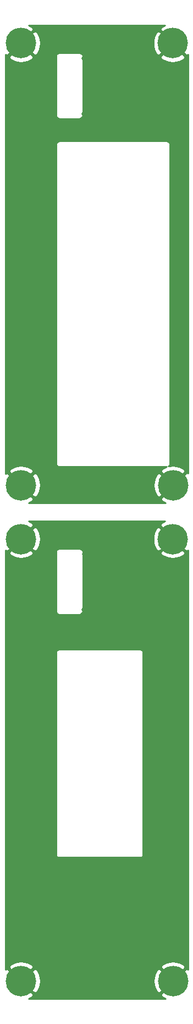
<source format=gbr>
G04 #@! TF.GenerationSoftware,KiCad,Pcbnew,(5.1.12)-1*
G04 #@! TF.CreationDate,2021-11-28T05:59:15+13:00*
G04 #@! TF.ProjectId,RGB-to-component-covers,5247422d-746f-42d6-936f-6d706f6e656e,rev?*
G04 #@! TF.SameCoordinates,Original*
G04 #@! TF.FileFunction,Copper,L2,Bot*
G04 #@! TF.FilePolarity,Positive*
%FSLAX46Y46*%
G04 Gerber Fmt 4.6, Leading zero omitted, Abs format (unit mm)*
G04 Created by KiCad (PCBNEW (5.1.12)-1) date 2021-11-28 05:59:15*
%MOMM*%
%LPD*%
G01*
G04 APERTURE LIST*
G04 #@! TA.AperFunction,ComponentPad*
%ADD10C,4.700000*%
G04 #@! TD*
G04 #@! TA.AperFunction,ViaPad*
%ADD11C,0.800000*%
G04 #@! TD*
G04 #@! TA.AperFunction,Conductor*
%ADD12C,0.254000*%
G04 #@! TD*
G04 #@! TA.AperFunction,Conductor*
%ADD13C,0.100000*%
G04 #@! TD*
G04 APERTURE END LIST*
D10*
X78800000Y-41000000D03*
X102200000Y-109000000D03*
X102150000Y-41000000D03*
X78800000Y-109000000D03*
X102200000Y-185300000D03*
X78800000Y-117300000D03*
X78800000Y-185300000D03*
X102150000Y-117300000D03*
D11*
X88500000Y-43300000D03*
X88500000Y-51900000D03*
X88500000Y-128200000D03*
X88600000Y-119600000D03*
D12*
X100491298Y-114800927D02*
X100233137Y-115203532D01*
X102150000Y-117120395D01*
X102164143Y-117106253D01*
X102343748Y-117285858D01*
X102329605Y-117300000D01*
X104246468Y-119216863D01*
X104498001Y-119055573D01*
X104498000Y-151280253D01*
X104498000Y-151280254D01*
X104498001Y-183512365D01*
X104296468Y-183383137D01*
X102379605Y-185300000D01*
X102393748Y-185314143D01*
X102214143Y-185493748D01*
X102200000Y-185479605D01*
X100283137Y-187396468D01*
X100541298Y-187799073D01*
X101010482Y-188048000D01*
X79992994Y-188048000D01*
X80458702Y-187799073D01*
X80716863Y-187396468D01*
X78800000Y-185479605D01*
X78785858Y-185493748D01*
X78606253Y-185314143D01*
X78620395Y-185300000D01*
X78979605Y-185300000D01*
X80896468Y-187216863D01*
X81299073Y-186958702D01*
X81574651Y-186439285D01*
X81743601Y-185876087D01*
X81797665Y-185309250D01*
X99200570Y-185309250D01*
X99260008Y-185894233D01*
X99432429Y-186456379D01*
X99700927Y-186958702D01*
X100103532Y-187216863D01*
X102020395Y-185300000D01*
X100103532Y-183383137D01*
X99700927Y-183641298D01*
X99425349Y-184160715D01*
X99256399Y-184723913D01*
X99200570Y-185309250D01*
X81797665Y-185309250D01*
X81799430Y-185290750D01*
X81739992Y-184705767D01*
X81567571Y-184143621D01*
X81299073Y-183641298D01*
X80896468Y-183383137D01*
X78979605Y-185300000D01*
X78620395Y-185300000D01*
X76703532Y-183383137D01*
X76402000Y-183576487D01*
X76402000Y-183203532D01*
X76883137Y-183203532D01*
X78800000Y-185120395D01*
X80716863Y-183203532D01*
X100283137Y-183203532D01*
X102200000Y-185120395D01*
X104116863Y-183203532D01*
X103858702Y-182800927D01*
X103339285Y-182525349D01*
X102776087Y-182356399D01*
X102190750Y-182300570D01*
X101605767Y-182360008D01*
X101043621Y-182532429D01*
X100541298Y-182800927D01*
X100283137Y-183203532D01*
X80716863Y-183203532D01*
X80458702Y-182800927D01*
X79939285Y-182525349D01*
X79376087Y-182356399D01*
X78790750Y-182300570D01*
X78205767Y-182360008D01*
X77643621Y-182532429D01*
X77141298Y-182800927D01*
X76883137Y-183203532D01*
X76402000Y-183203532D01*
X76402000Y-134700000D01*
X84196055Y-134700000D01*
X84198001Y-134719757D01*
X84198000Y-165880253D01*
X84196055Y-165900000D01*
X84203817Y-165978806D01*
X84226803Y-166054583D01*
X84264132Y-166124420D01*
X84314368Y-166185632D01*
X84375580Y-166235868D01*
X84445417Y-166273197D01*
X84521194Y-166296183D01*
X84600000Y-166303945D01*
X84619747Y-166302000D01*
X97180253Y-166302000D01*
X97200000Y-166303945D01*
X97219747Y-166302000D01*
X97278806Y-166296183D01*
X97354583Y-166273197D01*
X97424420Y-166235868D01*
X97485632Y-166185632D01*
X97535868Y-166124420D01*
X97573197Y-166054583D01*
X97596183Y-165978806D01*
X97603945Y-165900000D01*
X97602000Y-165880253D01*
X97602000Y-134719747D01*
X97603945Y-134700000D01*
X97596183Y-134621194D01*
X97573197Y-134545417D01*
X97535868Y-134475580D01*
X97485632Y-134414368D01*
X97424420Y-134364132D01*
X97354583Y-134326803D01*
X97278806Y-134303817D01*
X97219747Y-134298000D01*
X97200000Y-134296055D01*
X97180253Y-134298000D01*
X84619747Y-134298000D01*
X84600000Y-134296055D01*
X84580253Y-134298000D01*
X84521194Y-134303817D01*
X84445417Y-134326803D01*
X84375580Y-134364132D01*
X84314368Y-134414368D01*
X84264132Y-134475580D01*
X84226803Y-134545417D01*
X84203817Y-134621194D01*
X84196055Y-134700000D01*
X76402000Y-134700000D01*
X76402000Y-119396468D01*
X76883137Y-119396468D01*
X77141298Y-119799073D01*
X77660715Y-120074651D01*
X78223913Y-120243601D01*
X78809250Y-120299430D01*
X79394233Y-120239992D01*
X79956379Y-120067571D01*
X80458702Y-119799073D01*
X80716863Y-119396468D01*
X80620395Y-119300000D01*
X84170935Y-119300000D01*
X84173001Y-119320977D01*
X84173000Y-128379033D01*
X84170935Y-128400000D01*
X84173000Y-128420967D01*
X84173000Y-128420977D01*
X84179178Y-128483706D01*
X84203595Y-128564195D01*
X84222052Y-128598726D01*
X84243245Y-128638376D01*
X84283232Y-128687100D01*
X84296605Y-128703395D01*
X84312899Y-128716767D01*
X84383235Y-128787104D01*
X84396605Y-128803395D01*
X84412895Y-128816764D01*
X84412899Y-128816768D01*
X84461624Y-128856755D01*
X84535804Y-128896405D01*
X84616293Y-128920822D01*
X84679022Y-128927000D01*
X84679034Y-128927000D01*
X84699999Y-128929065D01*
X84720964Y-128927000D01*
X87779033Y-128927000D01*
X87800000Y-128929065D01*
X87820967Y-128927000D01*
X87820978Y-128927000D01*
X87883707Y-128920822D01*
X87964196Y-128896405D01*
X88038376Y-128856755D01*
X88103395Y-128803395D01*
X88116767Y-128787101D01*
X88187104Y-128716765D01*
X88203395Y-128703395D01*
X88216764Y-128687105D01*
X88216768Y-128687101D01*
X88256755Y-128638376D01*
X88256756Y-128638375D01*
X88296405Y-128564196D01*
X88320822Y-128483707D01*
X88327000Y-128420978D01*
X88327000Y-128420966D01*
X88329065Y-128400001D01*
X88327000Y-128379036D01*
X88327000Y-119396468D01*
X100233137Y-119396468D01*
X100491298Y-119799073D01*
X101010715Y-120074651D01*
X101573913Y-120243601D01*
X102159250Y-120299430D01*
X102744233Y-120239992D01*
X103306379Y-120067571D01*
X103808702Y-119799073D01*
X104066863Y-119396468D01*
X102150000Y-117479605D01*
X100233137Y-119396468D01*
X88327000Y-119396468D01*
X88327000Y-119320964D01*
X88329065Y-119299999D01*
X88327000Y-119279034D01*
X88327000Y-119279022D01*
X88320822Y-119216293D01*
X88296405Y-119135804D01*
X88256755Y-119061624D01*
X88235565Y-119035804D01*
X88216768Y-119012899D01*
X88216764Y-119012895D01*
X88203395Y-118996605D01*
X88187105Y-118983236D01*
X88116767Y-118912899D01*
X88103395Y-118896605D01*
X88038376Y-118843245D01*
X87964196Y-118803595D01*
X87883707Y-118779178D01*
X87820978Y-118773000D01*
X87820967Y-118773000D01*
X87800000Y-118770935D01*
X87779033Y-118773000D01*
X84720964Y-118773000D01*
X84699999Y-118770935D01*
X84679034Y-118773000D01*
X84679022Y-118773000D01*
X84616293Y-118779178D01*
X84535804Y-118803595D01*
X84461624Y-118843245D01*
X84412899Y-118883232D01*
X84412895Y-118883236D01*
X84396605Y-118896605D01*
X84383235Y-118912896D01*
X84312894Y-118983237D01*
X84296606Y-118996605D01*
X84283237Y-119012895D01*
X84283232Y-119012900D01*
X84243245Y-119061624D01*
X84214025Y-119116293D01*
X84203596Y-119135804D01*
X84184122Y-119200001D01*
X84179179Y-119216294D01*
X84170935Y-119300000D01*
X80620395Y-119300000D01*
X78800000Y-117479605D01*
X76883137Y-119396468D01*
X76402000Y-119396468D01*
X76402000Y-119023513D01*
X76703532Y-119216863D01*
X78620395Y-117300000D01*
X78979605Y-117300000D01*
X80896468Y-119216863D01*
X81299073Y-118958702D01*
X81574651Y-118439285D01*
X81743601Y-117876087D01*
X81797665Y-117309250D01*
X99150570Y-117309250D01*
X99210008Y-117894233D01*
X99382429Y-118456379D01*
X99650927Y-118958702D01*
X100053532Y-119216863D01*
X101970395Y-117300000D01*
X100053532Y-115383137D01*
X99650927Y-115641298D01*
X99375349Y-116160715D01*
X99206399Y-116723913D01*
X99150570Y-117309250D01*
X81797665Y-117309250D01*
X81799430Y-117290750D01*
X81739992Y-116705767D01*
X81567571Y-116143621D01*
X81299073Y-115641298D01*
X80896468Y-115383137D01*
X78979605Y-117300000D01*
X78620395Y-117300000D01*
X78606253Y-117285858D01*
X78785858Y-117106253D01*
X78800000Y-117120395D01*
X80716863Y-115203532D01*
X80458702Y-114800927D01*
X79989518Y-114552000D01*
X100957006Y-114552000D01*
X100491298Y-114800927D01*
G04 #@! TA.AperFunction,Conductor*
D13*
G36*
X100491298Y-114800927D02*
G01*
X100233137Y-115203532D01*
X102150000Y-117120395D01*
X102164143Y-117106253D01*
X102343748Y-117285858D01*
X102329605Y-117300000D01*
X104246468Y-119216863D01*
X104498001Y-119055573D01*
X104498000Y-151280253D01*
X104498000Y-151280254D01*
X104498001Y-183512365D01*
X104296468Y-183383137D01*
X102379605Y-185300000D01*
X102393748Y-185314143D01*
X102214143Y-185493748D01*
X102200000Y-185479605D01*
X100283137Y-187396468D01*
X100541298Y-187799073D01*
X101010482Y-188048000D01*
X79992994Y-188048000D01*
X80458702Y-187799073D01*
X80716863Y-187396468D01*
X78800000Y-185479605D01*
X78785858Y-185493748D01*
X78606253Y-185314143D01*
X78620395Y-185300000D01*
X78979605Y-185300000D01*
X80896468Y-187216863D01*
X81299073Y-186958702D01*
X81574651Y-186439285D01*
X81743601Y-185876087D01*
X81797665Y-185309250D01*
X99200570Y-185309250D01*
X99260008Y-185894233D01*
X99432429Y-186456379D01*
X99700927Y-186958702D01*
X100103532Y-187216863D01*
X102020395Y-185300000D01*
X100103532Y-183383137D01*
X99700927Y-183641298D01*
X99425349Y-184160715D01*
X99256399Y-184723913D01*
X99200570Y-185309250D01*
X81797665Y-185309250D01*
X81799430Y-185290750D01*
X81739992Y-184705767D01*
X81567571Y-184143621D01*
X81299073Y-183641298D01*
X80896468Y-183383137D01*
X78979605Y-185300000D01*
X78620395Y-185300000D01*
X76703532Y-183383137D01*
X76402000Y-183576487D01*
X76402000Y-183203532D01*
X76883137Y-183203532D01*
X78800000Y-185120395D01*
X80716863Y-183203532D01*
X100283137Y-183203532D01*
X102200000Y-185120395D01*
X104116863Y-183203532D01*
X103858702Y-182800927D01*
X103339285Y-182525349D01*
X102776087Y-182356399D01*
X102190750Y-182300570D01*
X101605767Y-182360008D01*
X101043621Y-182532429D01*
X100541298Y-182800927D01*
X100283137Y-183203532D01*
X80716863Y-183203532D01*
X80458702Y-182800927D01*
X79939285Y-182525349D01*
X79376087Y-182356399D01*
X78790750Y-182300570D01*
X78205767Y-182360008D01*
X77643621Y-182532429D01*
X77141298Y-182800927D01*
X76883137Y-183203532D01*
X76402000Y-183203532D01*
X76402000Y-134700000D01*
X84196055Y-134700000D01*
X84198001Y-134719757D01*
X84198000Y-165880253D01*
X84196055Y-165900000D01*
X84203817Y-165978806D01*
X84226803Y-166054583D01*
X84264132Y-166124420D01*
X84314368Y-166185632D01*
X84375580Y-166235868D01*
X84445417Y-166273197D01*
X84521194Y-166296183D01*
X84600000Y-166303945D01*
X84619747Y-166302000D01*
X97180253Y-166302000D01*
X97200000Y-166303945D01*
X97219747Y-166302000D01*
X97278806Y-166296183D01*
X97354583Y-166273197D01*
X97424420Y-166235868D01*
X97485632Y-166185632D01*
X97535868Y-166124420D01*
X97573197Y-166054583D01*
X97596183Y-165978806D01*
X97603945Y-165900000D01*
X97602000Y-165880253D01*
X97602000Y-134719747D01*
X97603945Y-134700000D01*
X97596183Y-134621194D01*
X97573197Y-134545417D01*
X97535868Y-134475580D01*
X97485632Y-134414368D01*
X97424420Y-134364132D01*
X97354583Y-134326803D01*
X97278806Y-134303817D01*
X97219747Y-134298000D01*
X97200000Y-134296055D01*
X97180253Y-134298000D01*
X84619747Y-134298000D01*
X84600000Y-134296055D01*
X84580253Y-134298000D01*
X84521194Y-134303817D01*
X84445417Y-134326803D01*
X84375580Y-134364132D01*
X84314368Y-134414368D01*
X84264132Y-134475580D01*
X84226803Y-134545417D01*
X84203817Y-134621194D01*
X84196055Y-134700000D01*
X76402000Y-134700000D01*
X76402000Y-119396468D01*
X76883137Y-119396468D01*
X77141298Y-119799073D01*
X77660715Y-120074651D01*
X78223913Y-120243601D01*
X78809250Y-120299430D01*
X79394233Y-120239992D01*
X79956379Y-120067571D01*
X80458702Y-119799073D01*
X80716863Y-119396468D01*
X80620395Y-119300000D01*
X84170935Y-119300000D01*
X84173001Y-119320977D01*
X84173000Y-128379033D01*
X84170935Y-128400000D01*
X84173000Y-128420967D01*
X84173000Y-128420977D01*
X84179178Y-128483706D01*
X84203595Y-128564195D01*
X84222052Y-128598726D01*
X84243245Y-128638376D01*
X84283232Y-128687100D01*
X84296605Y-128703395D01*
X84312899Y-128716767D01*
X84383235Y-128787104D01*
X84396605Y-128803395D01*
X84412895Y-128816764D01*
X84412899Y-128816768D01*
X84461624Y-128856755D01*
X84535804Y-128896405D01*
X84616293Y-128920822D01*
X84679022Y-128927000D01*
X84679034Y-128927000D01*
X84699999Y-128929065D01*
X84720964Y-128927000D01*
X87779033Y-128927000D01*
X87800000Y-128929065D01*
X87820967Y-128927000D01*
X87820978Y-128927000D01*
X87883707Y-128920822D01*
X87964196Y-128896405D01*
X88038376Y-128856755D01*
X88103395Y-128803395D01*
X88116767Y-128787101D01*
X88187104Y-128716765D01*
X88203395Y-128703395D01*
X88216764Y-128687105D01*
X88216768Y-128687101D01*
X88256755Y-128638376D01*
X88256756Y-128638375D01*
X88296405Y-128564196D01*
X88320822Y-128483707D01*
X88327000Y-128420978D01*
X88327000Y-128420966D01*
X88329065Y-128400001D01*
X88327000Y-128379036D01*
X88327000Y-119396468D01*
X100233137Y-119396468D01*
X100491298Y-119799073D01*
X101010715Y-120074651D01*
X101573913Y-120243601D01*
X102159250Y-120299430D01*
X102744233Y-120239992D01*
X103306379Y-120067571D01*
X103808702Y-119799073D01*
X104066863Y-119396468D01*
X102150000Y-117479605D01*
X100233137Y-119396468D01*
X88327000Y-119396468D01*
X88327000Y-119320964D01*
X88329065Y-119299999D01*
X88327000Y-119279034D01*
X88327000Y-119279022D01*
X88320822Y-119216293D01*
X88296405Y-119135804D01*
X88256755Y-119061624D01*
X88235565Y-119035804D01*
X88216768Y-119012899D01*
X88216764Y-119012895D01*
X88203395Y-118996605D01*
X88187105Y-118983236D01*
X88116767Y-118912899D01*
X88103395Y-118896605D01*
X88038376Y-118843245D01*
X87964196Y-118803595D01*
X87883707Y-118779178D01*
X87820978Y-118773000D01*
X87820967Y-118773000D01*
X87800000Y-118770935D01*
X87779033Y-118773000D01*
X84720964Y-118773000D01*
X84699999Y-118770935D01*
X84679034Y-118773000D01*
X84679022Y-118773000D01*
X84616293Y-118779178D01*
X84535804Y-118803595D01*
X84461624Y-118843245D01*
X84412899Y-118883232D01*
X84412895Y-118883236D01*
X84396605Y-118896605D01*
X84383235Y-118912896D01*
X84312894Y-118983237D01*
X84296606Y-118996605D01*
X84283237Y-119012895D01*
X84283232Y-119012900D01*
X84243245Y-119061624D01*
X84214025Y-119116293D01*
X84203596Y-119135804D01*
X84184122Y-119200001D01*
X84179179Y-119216294D01*
X84170935Y-119300000D01*
X80620395Y-119300000D01*
X78800000Y-117479605D01*
X76883137Y-119396468D01*
X76402000Y-119396468D01*
X76402000Y-119023513D01*
X76703532Y-119216863D01*
X78620395Y-117300000D01*
X78979605Y-117300000D01*
X80896468Y-119216863D01*
X81299073Y-118958702D01*
X81574651Y-118439285D01*
X81743601Y-117876087D01*
X81797665Y-117309250D01*
X99150570Y-117309250D01*
X99210008Y-117894233D01*
X99382429Y-118456379D01*
X99650927Y-118958702D01*
X100053532Y-119216863D01*
X101970395Y-117300000D01*
X100053532Y-115383137D01*
X99650927Y-115641298D01*
X99375349Y-116160715D01*
X99206399Y-116723913D01*
X99150570Y-117309250D01*
X81797665Y-117309250D01*
X81799430Y-117290750D01*
X81739992Y-116705767D01*
X81567571Y-116143621D01*
X81299073Y-115641298D01*
X80896468Y-115383137D01*
X78979605Y-117300000D01*
X78620395Y-117300000D01*
X78606253Y-117285858D01*
X78785858Y-117106253D01*
X78800000Y-117120395D01*
X80716863Y-115203532D01*
X80458702Y-114800927D01*
X79989518Y-114552000D01*
X100957006Y-114552000D01*
X100491298Y-114800927D01*
G37*
G04 #@! TD.AperFunction*
D12*
X100491298Y-38500927D02*
X100233137Y-38903532D01*
X102150000Y-40820395D01*
X102164143Y-40806253D01*
X102343748Y-40985858D01*
X102329605Y-41000000D01*
X104246468Y-42916863D01*
X104498001Y-42755573D01*
X104498000Y-74980253D01*
X104498000Y-74980254D01*
X104498001Y-107212365D01*
X104296468Y-107083137D01*
X102379605Y-109000000D01*
X102393748Y-109014143D01*
X102214143Y-109193748D01*
X102200000Y-109179605D01*
X100283137Y-111096468D01*
X100541298Y-111499073D01*
X101010482Y-111748000D01*
X79992994Y-111748000D01*
X80458702Y-111499073D01*
X80716863Y-111096468D01*
X78800000Y-109179605D01*
X78785858Y-109193748D01*
X78606253Y-109014143D01*
X78620395Y-109000000D01*
X78979605Y-109000000D01*
X80896468Y-110916863D01*
X81299073Y-110658702D01*
X81574651Y-110139285D01*
X81743601Y-109576087D01*
X81797665Y-109009250D01*
X99200570Y-109009250D01*
X99260008Y-109594233D01*
X99432429Y-110156379D01*
X99700927Y-110658702D01*
X100103532Y-110916863D01*
X102020395Y-109000000D01*
X100103532Y-107083137D01*
X99700927Y-107341298D01*
X99425349Y-107860715D01*
X99256399Y-108423913D01*
X99200570Y-109009250D01*
X81797665Y-109009250D01*
X81799430Y-108990750D01*
X81739992Y-108405767D01*
X81567571Y-107843621D01*
X81299073Y-107341298D01*
X80896468Y-107083137D01*
X78979605Y-109000000D01*
X78620395Y-109000000D01*
X76703532Y-107083137D01*
X76402000Y-107276487D01*
X76402000Y-106903532D01*
X76883137Y-106903532D01*
X78800000Y-108820395D01*
X80716863Y-106903532D01*
X80458702Y-106500927D01*
X79939285Y-106225349D01*
X79376087Y-106056399D01*
X78790750Y-106000570D01*
X78205767Y-106060008D01*
X77643621Y-106232429D01*
X77141298Y-106500927D01*
X76883137Y-106903532D01*
X76402000Y-106903532D01*
X76402000Y-56600000D01*
X84170935Y-56600000D01*
X84173001Y-56620977D01*
X84173000Y-105679033D01*
X84170935Y-105700000D01*
X84173000Y-105720967D01*
X84173000Y-105720977D01*
X84179178Y-105783706D01*
X84203595Y-105864195D01*
X84203596Y-105864196D01*
X84243245Y-105938376D01*
X84283232Y-105987100D01*
X84296605Y-106003395D01*
X84312900Y-106016768D01*
X84333232Y-106037100D01*
X84346605Y-106053395D01*
X84362900Y-106066768D01*
X84411624Y-106106756D01*
X84448714Y-106126580D01*
X84485804Y-106146405D01*
X84566293Y-106170822D01*
X84629022Y-106177000D01*
X84629033Y-106177000D01*
X84650000Y-106179065D01*
X84670967Y-106177000D01*
X101224337Y-106177000D01*
X101043621Y-106232429D01*
X100541298Y-106500927D01*
X100283137Y-106903532D01*
X102200000Y-108820395D01*
X104116863Y-106903532D01*
X103858702Y-106500927D01*
X103339285Y-106225349D01*
X102776087Y-106056399D01*
X102190750Y-106000570D01*
X101605767Y-106060008D01*
X101509274Y-106089604D01*
X101553395Y-106053395D01*
X101566768Y-106037100D01*
X101587100Y-106016768D01*
X101603395Y-106003395D01*
X101618027Y-105985566D01*
X101656756Y-105938376D01*
X101676580Y-105901286D01*
X101696405Y-105864196D01*
X101720822Y-105783707D01*
X101727000Y-105720978D01*
X101727000Y-105720967D01*
X101729065Y-105700000D01*
X101727000Y-105679033D01*
X101727000Y-56570967D01*
X101729065Y-56550000D01*
X101727000Y-56529033D01*
X101727000Y-56529022D01*
X101720822Y-56466293D01*
X101696405Y-56385804D01*
X101676580Y-56348714D01*
X101656756Y-56311624D01*
X101616768Y-56262900D01*
X101603395Y-56246605D01*
X101587101Y-56233233D01*
X101566768Y-56212900D01*
X101553395Y-56196605D01*
X101488376Y-56143245D01*
X101414196Y-56103595D01*
X101333707Y-56079178D01*
X101270978Y-56073000D01*
X101270967Y-56073000D01*
X101250000Y-56070935D01*
X101229033Y-56073000D01*
X84720964Y-56073000D01*
X84699999Y-56070935D01*
X84679034Y-56073000D01*
X84679022Y-56073000D01*
X84616293Y-56079178D01*
X84535804Y-56103595D01*
X84487942Y-56129178D01*
X84461624Y-56143245D01*
X84412899Y-56183232D01*
X84412895Y-56183236D01*
X84396605Y-56196605D01*
X84383235Y-56212896D01*
X84312894Y-56283237D01*
X84296606Y-56296605D01*
X84283237Y-56312895D01*
X84283232Y-56312900D01*
X84243245Y-56361624D01*
X84214025Y-56416293D01*
X84203596Y-56435804D01*
X84184122Y-56500001D01*
X84179179Y-56516294D01*
X84170935Y-56600000D01*
X76402000Y-56600000D01*
X76402000Y-43096468D01*
X76883137Y-43096468D01*
X77141298Y-43499073D01*
X77660715Y-43774651D01*
X78223913Y-43943601D01*
X78809250Y-43999430D01*
X79394233Y-43939992D01*
X79956379Y-43767571D01*
X80458702Y-43499073D01*
X80716863Y-43096468D01*
X80620395Y-43000000D01*
X84170935Y-43000000D01*
X84173001Y-43020977D01*
X84173000Y-52079033D01*
X84170935Y-52100000D01*
X84173000Y-52120967D01*
X84173000Y-52120977D01*
X84179178Y-52183706D01*
X84203595Y-52264195D01*
X84222052Y-52298726D01*
X84243245Y-52338376D01*
X84283232Y-52387100D01*
X84296605Y-52403395D01*
X84312899Y-52416767D01*
X84383235Y-52487104D01*
X84396605Y-52503395D01*
X84412895Y-52516764D01*
X84412899Y-52516768D01*
X84461624Y-52556755D01*
X84535804Y-52596405D01*
X84616293Y-52620822D01*
X84679022Y-52627000D01*
X84679034Y-52627000D01*
X84699999Y-52629065D01*
X84720964Y-52627000D01*
X87779033Y-52627000D01*
X87800000Y-52629065D01*
X87820967Y-52627000D01*
X87820978Y-52627000D01*
X87883707Y-52620822D01*
X87964196Y-52596405D01*
X88038376Y-52556755D01*
X88103395Y-52503395D01*
X88116767Y-52487101D01*
X88187104Y-52416765D01*
X88203395Y-52403395D01*
X88216764Y-52387105D01*
X88216768Y-52387101D01*
X88256755Y-52338376D01*
X88256756Y-52338375D01*
X88296405Y-52264196D01*
X88320822Y-52183707D01*
X88327000Y-52120978D01*
X88327000Y-52120966D01*
X88329065Y-52100001D01*
X88327000Y-52079036D01*
X88327000Y-43096468D01*
X100233137Y-43096468D01*
X100491298Y-43499073D01*
X101010715Y-43774651D01*
X101573913Y-43943601D01*
X102159250Y-43999430D01*
X102744233Y-43939992D01*
X103306379Y-43767571D01*
X103808702Y-43499073D01*
X104066863Y-43096468D01*
X102150000Y-41179605D01*
X100233137Y-43096468D01*
X88327000Y-43096468D01*
X88327000Y-43020964D01*
X88329065Y-42999999D01*
X88327000Y-42979034D01*
X88327000Y-42979022D01*
X88320822Y-42916293D01*
X88296405Y-42835804D01*
X88256755Y-42761624D01*
X88235565Y-42735804D01*
X88216768Y-42712899D01*
X88216764Y-42712895D01*
X88203395Y-42696605D01*
X88187105Y-42683236D01*
X88116767Y-42612899D01*
X88103395Y-42596605D01*
X88038376Y-42543245D01*
X87964196Y-42503595D01*
X87883707Y-42479178D01*
X87820978Y-42473000D01*
X87820967Y-42473000D01*
X87800000Y-42470935D01*
X87779033Y-42473000D01*
X84720964Y-42473000D01*
X84699999Y-42470935D01*
X84679034Y-42473000D01*
X84679022Y-42473000D01*
X84616293Y-42479178D01*
X84535804Y-42503595D01*
X84461624Y-42543245D01*
X84412899Y-42583232D01*
X84412895Y-42583236D01*
X84396605Y-42596605D01*
X84383235Y-42612896D01*
X84312894Y-42683237D01*
X84296606Y-42696605D01*
X84283237Y-42712895D01*
X84283232Y-42712900D01*
X84243245Y-42761624D01*
X84214025Y-42816293D01*
X84203596Y-42835804D01*
X84184122Y-42900001D01*
X84179179Y-42916294D01*
X84170935Y-43000000D01*
X80620395Y-43000000D01*
X78800000Y-41179605D01*
X76883137Y-43096468D01*
X76402000Y-43096468D01*
X76402000Y-42723513D01*
X76703532Y-42916863D01*
X78620395Y-41000000D01*
X78979605Y-41000000D01*
X80896468Y-42916863D01*
X81299073Y-42658702D01*
X81574651Y-42139285D01*
X81743601Y-41576087D01*
X81797665Y-41009250D01*
X99150570Y-41009250D01*
X99210008Y-41594233D01*
X99382429Y-42156379D01*
X99650927Y-42658702D01*
X100053532Y-42916863D01*
X101970395Y-41000000D01*
X100053532Y-39083137D01*
X99650927Y-39341298D01*
X99375349Y-39860715D01*
X99206399Y-40423913D01*
X99150570Y-41009250D01*
X81797665Y-41009250D01*
X81799430Y-40990750D01*
X81739992Y-40405767D01*
X81567571Y-39843621D01*
X81299073Y-39341298D01*
X80896468Y-39083137D01*
X78979605Y-41000000D01*
X78620395Y-41000000D01*
X78606253Y-40985858D01*
X78785858Y-40806253D01*
X78800000Y-40820395D01*
X80716863Y-38903532D01*
X80458702Y-38500927D01*
X79989518Y-38252000D01*
X100957006Y-38252000D01*
X100491298Y-38500927D01*
G04 #@! TA.AperFunction,Conductor*
D13*
G36*
X100491298Y-38500927D02*
G01*
X100233137Y-38903532D01*
X102150000Y-40820395D01*
X102164143Y-40806253D01*
X102343748Y-40985858D01*
X102329605Y-41000000D01*
X104246468Y-42916863D01*
X104498001Y-42755573D01*
X104498000Y-74980253D01*
X104498000Y-74980254D01*
X104498001Y-107212365D01*
X104296468Y-107083137D01*
X102379605Y-109000000D01*
X102393748Y-109014143D01*
X102214143Y-109193748D01*
X102200000Y-109179605D01*
X100283137Y-111096468D01*
X100541298Y-111499073D01*
X101010482Y-111748000D01*
X79992994Y-111748000D01*
X80458702Y-111499073D01*
X80716863Y-111096468D01*
X78800000Y-109179605D01*
X78785858Y-109193748D01*
X78606253Y-109014143D01*
X78620395Y-109000000D01*
X78979605Y-109000000D01*
X80896468Y-110916863D01*
X81299073Y-110658702D01*
X81574651Y-110139285D01*
X81743601Y-109576087D01*
X81797665Y-109009250D01*
X99200570Y-109009250D01*
X99260008Y-109594233D01*
X99432429Y-110156379D01*
X99700927Y-110658702D01*
X100103532Y-110916863D01*
X102020395Y-109000000D01*
X100103532Y-107083137D01*
X99700927Y-107341298D01*
X99425349Y-107860715D01*
X99256399Y-108423913D01*
X99200570Y-109009250D01*
X81797665Y-109009250D01*
X81799430Y-108990750D01*
X81739992Y-108405767D01*
X81567571Y-107843621D01*
X81299073Y-107341298D01*
X80896468Y-107083137D01*
X78979605Y-109000000D01*
X78620395Y-109000000D01*
X76703532Y-107083137D01*
X76402000Y-107276487D01*
X76402000Y-106903532D01*
X76883137Y-106903532D01*
X78800000Y-108820395D01*
X80716863Y-106903532D01*
X80458702Y-106500927D01*
X79939285Y-106225349D01*
X79376087Y-106056399D01*
X78790750Y-106000570D01*
X78205767Y-106060008D01*
X77643621Y-106232429D01*
X77141298Y-106500927D01*
X76883137Y-106903532D01*
X76402000Y-106903532D01*
X76402000Y-56600000D01*
X84170935Y-56600000D01*
X84173001Y-56620977D01*
X84173000Y-105679033D01*
X84170935Y-105700000D01*
X84173000Y-105720967D01*
X84173000Y-105720977D01*
X84179178Y-105783706D01*
X84203595Y-105864195D01*
X84203596Y-105864196D01*
X84243245Y-105938376D01*
X84283232Y-105987100D01*
X84296605Y-106003395D01*
X84312900Y-106016768D01*
X84333232Y-106037100D01*
X84346605Y-106053395D01*
X84362900Y-106066768D01*
X84411624Y-106106756D01*
X84448714Y-106126580D01*
X84485804Y-106146405D01*
X84566293Y-106170822D01*
X84629022Y-106177000D01*
X84629033Y-106177000D01*
X84650000Y-106179065D01*
X84670967Y-106177000D01*
X101224337Y-106177000D01*
X101043621Y-106232429D01*
X100541298Y-106500927D01*
X100283137Y-106903532D01*
X102200000Y-108820395D01*
X104116863Y-106903532D01*
X103858702Y-106500927D01*
X103339285Y-106225349D01*
X102776087Y-106056399D01*
X102190750Y-106000570D01*
X101605767Y-106060008D01*
X101509274Y-106089604D01*
X101553395Y-106053395D01*
X101566768Y-106037100D01*
X101587100Y-106016768D01*
X101603395Y-106003395D01*
X101618027Y-105985566D01*
X101656756Y-105938376D01*
X101676580Y-105901286D01*
X101696405Y-105864196D01*
X101720822Y-105783707D01*
X101727000Y-105720978D01*
X101727000Y-105720967D01*
X101729065Y-105700000D01*
X101727000Y-105679033D01*
X101727000Y-56570967D01*
X101729065Y-56550000D01*
X101727000Y-56529033D01*
X101727000Y-56529022D01*
X101720822Y-56466293D01*
X101696405Y-56385804D01*
X101676580Y-56348714D01*
X101656756Y-56311624D01*
X101616768Y-56262900D01*
X101603395Y-56246605D01*
X101587101Y-56233233D01*
X101566768Y-56212900D01*
X101553395Y-56196605D01*
X101488376Y-56143245D01*
X101414196Y-56103595D01*
X101333707Y-56079178D01*
X101270978Y-56073000D01*
X101270967Y-56073000D01*
X101250000Y-56070935D01*
X101229033Y-56073000D01*
X84720964Y-56073000D01*
X84699999Y-56070935D01*
X84679034Y-56073000D01*
X84679022Y-56073000D01*
X84616293Y-56079178D01*
X84535804Y-56103595D01*
X84487942Y-56129178D01*
X84461624Y-56143245D01*
X84412899Y-56183232D01*
X84412895Y-56183236D01*
X84396605Y-56196605D01*
X84383235Y-56212896D01*
X84312894Y-56283237D01*
X84296606Y-56296605D01*
X84283237Y-56312895D01*
X84283232Y-56312900D01*
X84243245Y-56361624D01*
X84214025Y-56416293D01*
X84203596Y-56435804D01*
X84184122Y-56500001D01*
X84179179Y-56516294D01*
X84170935Y-56600000D01*
X76402000Y-56600000D01*
X76402000Y-43096468D01*
X76883137Y-43096468D01*
X77141298Y-43499073D01*
X77660715Y-43774651D01*
X78223913Y-43943601D01*
X78809250Y-43999430D01*
X79394233Y-43939992D01*
X79956379Y-43767571D01*
X80458702Y-43499073D01*
X80716863Y-43096468D01*
X80620395Y-43000000D01*
X84170935Y-43000000D01*
X84173001Y-43020977D01*
X84173000Y-52079033D01*
X84170935Y-52100000D01*
X84173000Y-52120967D01*
X84173000Y-52120977D01*
X84179178Y-52183706D01*
X84203595Y-52264195D01*
X84222052Y-52298726D01*
X84243245Y-52338376D01*
X84283232Y-52387100D01*
X84296605Y-52403395D01*
X84312899Y-52416767D01*
X84383235Y-52487104D01*
X84396605Y-52503395D01*
X84412895Y-52516764D01*
X84412899Y-52516768D01*
X84461624Y-52556755D01*
X84535804Y-52596405D01*
X84616293Y-52620822D01*
X84679022Y-52627000D01*
X84679034Y-52627000D01*
X84699999Y-52629065D01*
X84720964Y-52627000D01*
X87779033Y-52627000D01*
X87800000Y-52629065D01*
X87820967Y-52627000D01*
X87820978Y-52627000D01*
X87883707Y-52620822D01*
X87964196Y-52596405D01*
X88038376Y-52556755D01*
X88103395Y-52503395D01*
X88116767Y-52487101D01*
X88187104Y-52416765D01*
X88203395Y-52403395D01*
X88216764Y-52387105D01*
X88216768Y-52387101D01*
X88256755Y-52338376D01*
X88256756Y-52338375D01*
X88296405Y-52264196D01*
X88320822Y-52183707D01*
X88327000Y-52120978D01*
X88327000Y-52120966D01*
X88329065Y-52100001D01*
X88327000Y-52079036D01*
X88327000Y-43096468D01*
X100233137Y-43096468D01*
X100491298Y-43499073D01*
X101010715Y-43774651D01*
X101573913Y-43943601D01*
X102159250Y-43999430D01*
X102744233Y-43939992D01*
X103306379Y-43767571D01*
X103808702Y-43499073D01*
X104066863Y-43096468D01*
X102150000Y-41179605D01*
X100233137Y-43096468D01*
X88327000Y-43096468D01*
X88327000Y-43020964D01*
X88329065Y-42999999D01*
X88327000Y-42979034D01*
X88327000Y-42979022D01*
X88320822Y-42916293D01*
X88296405Y-42835804D01*
X88256755Y-42761624D01*
X88235565Y-42735804D01*
X88216768Y-42712899D01*
X88216764Y-42712895D01*
X88203395Y-42696605D01*
X88187105Y-42683236D01*
X88116767Y-42612899D01*
X88103395Y-42596605D01*
X88038376Y-42543245D01*
X87964196Y-42503595D01*
X87883707Y-42479178D01*
X87820978Y-42473000D01*
X87820967Y-42473000D01*
X87800000Y-42470935D01*
X87779033Y-42473000D01*
X84720964Y-42473000D01*
X84699999Y-42470935D01*
X84679034Y-42473000D01*
X84679022Y-42473000D01*
X84616293Y-42479178D01*
X84535804Y-42503595D01*
X84461624Y-42543245D01*
X84412899Y-42583232D01*
X84412895Y-42583236D01*
X84396605Y-42596605D01*
X84383235Y-42612896D01*
X84312894Y-42683237D01*
X84296606Y-42696605D01*
X84283237Y-42712895D01*
X84283232Y-42712900D01*
X84243245Y-42761624D01*
X84214025Y-42816293D01*
X84203596Y-42835804D01*
X84184122Y-42900001D01*
X84179179Y-42916294D01*
X84170935Y-43000000D01*
X80620395Y-43000000D01*
X78800000Y-41179605D01*
X76883137Y-43096468D01*
X76402000Y-43096468D01*
X76402000Y-42723513D01*
X76703532Y-42916863D01*
X78620395Y-41000000D01*
X78979605Y-41000000D01*
X80896468Y-42916863D01*
X81299073Y-42658702D01*
X81574651Y-42139285D01*
X81743601Y-41576087D01*
X81797665Y-41009250D01*
X99150570Y-41009250D01*
X99210008Y-41594233D01*
X99382429Y-42156379D01*
X99650927Y-42658702D01*
X100053532Y-42916863D01*
X101970395Y-41000000D01*
X100053532Y-39083137D01*
X99650927Y-39341298D01*
X99375349Y-39860715D01*
X99206399Y-40423913D01*
X99150570Y-41009250D01*
X81797665Y-41009250D01*
X81799430Y-40990750D01*
X81739992Y-40405767D01*
X81567571Y-39843621D01*
X81299073Y-39341298D01*
X80896468Y-39083137D01*
X78979605Y-41000000D01*
X78620395Y-41000000D01*
X78606253Y-40985858D01*
X78785858Y-40806253D01*
X78800000Y-40820395D01*
X80716863Y-38903532D01*
X80458702Y-38500927D01*
X79989518Y-38252000D01*
X100957006Y-38252000D01*
X100491298Y-38500927D01*
G37*
G04 #@! TD.AperFunction*
M02*

</source>
